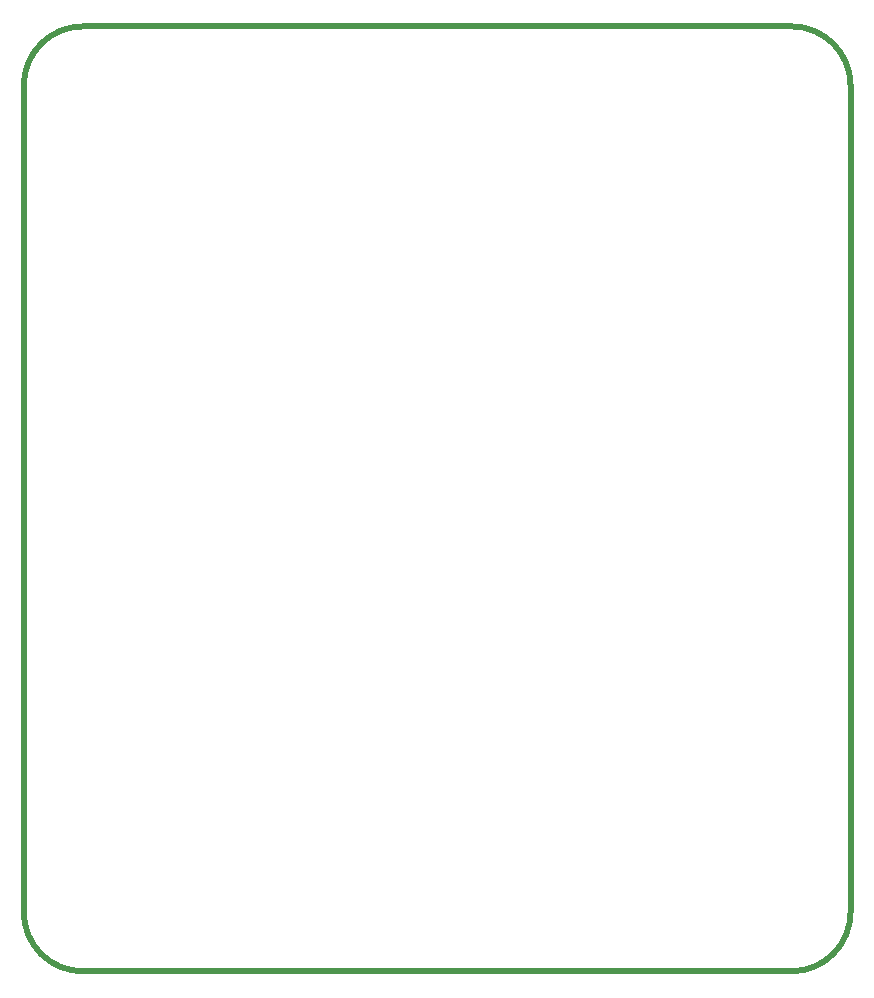
<source format=gbr>
G04 #@! TF.GenerationSoftware,KiCad,Pcbnew,5.1.4+dfsg1-1*
G04 #@! TF.CreationDate,2019-10-01T15:35:31+02:00*
G04 #@! TF.ProjectId,rover-pcb,726f7665-722d-4706-9362-2e6b69636164,1*
G04 #@! TF.SameCoordinates,Original*
G04 #@! TF.FileFunction,Profile,NP*
%FSLAX46Y46*%
G04 Gerber Fmt 4.6, Leading zero omitted, Abs format (unit mm)*
G04 Created by KiCad (PCBNEW 5.1.4+dfsg1-1) date 2019-10-01 15:35:31*
%MOMM*%
%LPD*%
G04 APERTURE LIST*
%ADD10C,0.500000*%
G04 APERTURE END LIST*
D10*
X136000000Y-137000000D02*
G75*
G02X131000000Y-132000000I0J5000000D01*
G01*
X201000000Y-132000000D02*
G75*
G02X196000000Y-137000000I-5000000J0D01*
G01*
X196000000Y-57000000D02*
G75*
G02X201000000Y-62000000I0J-5000000D01*
G01*
X131000000Y-62000000D02*
G75*
G02X136000000Y-57000000I5000000J0D01*
G01*
X196000000Y-57000000D02*
X136000000Y-57000000D01*
X201000000Y-132000000D02*
X201000000Y-62000000D01*
X136000000Y-137000000D02*
X196000000Y-137000000D01*
X131000000Y-62000000D02*
X131000000Y-132000000D01*
M02*

</source>
